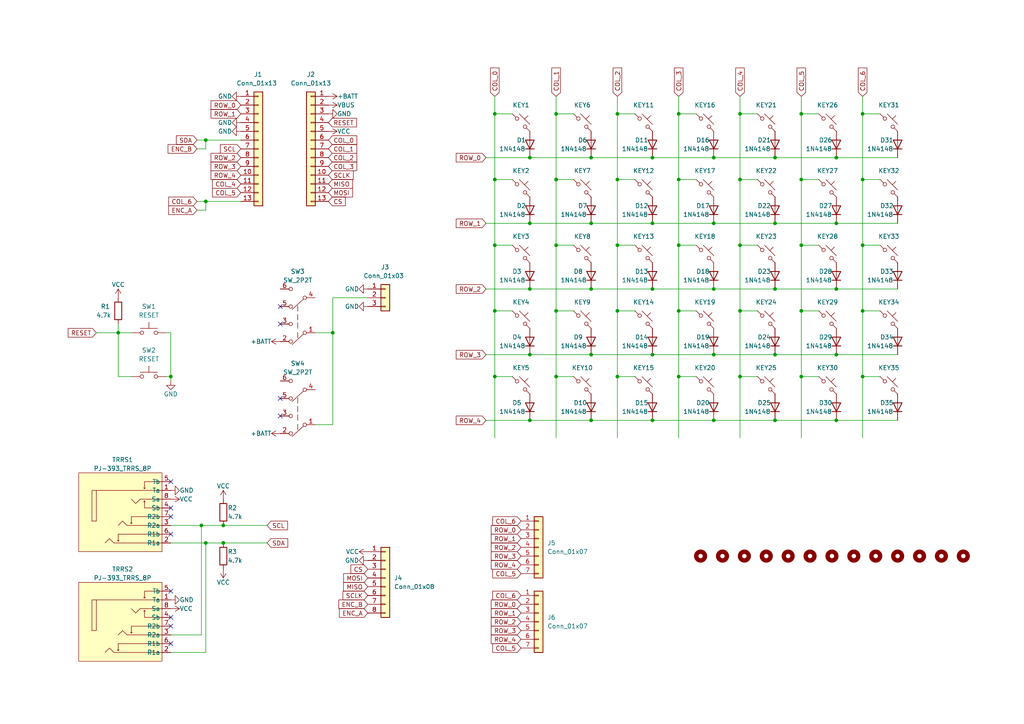
<source format=kicad_sch>
(kicad_sch (version 20211123) (generator eeschema)
  (paper "A4")
  (title_block (title "ErgoSNM Keyboard") (date "2022-11-12") (rev "1.0") (comment 1 "MIT License (Open source hardware)"))
  (junction (at 179.07 109.22))
  (junction (at 232.41 33.02))
  (junction (at 232.41 71.12))
  (junction (at 64.77 152.4))
  (junction (at 59.69 40.64))
  (junction (at 171.45 121.92))
  (junction (at 153.67 45.72))
  (junction (at 171.45 45.72))
  (junction (at 143.51 90.17))
  (junction (at 250.19 33.02))
  (junction (at 143.51 33.02))
  (junction (at 179.07 33.02))
  (junction (at 153.67 121.92))
  (junction (at 196.85 33.02))
  (junction (at 161.29 109.22))
  (junction (at 196.85 52.07))
  (junction (at 250.19 71.12))
  (junction (at 161.29 52.07))
  (junction (at 189.23 45.72))
  (junction (at 224.79 64.77))
  (junction (at 34.29 96.52))
  (junction (at 214.63 52.07))
  (junction (at 214.63 90.17))
  (junction (at 179.07 71.12))
  (junction (at 161.29 33.02))
  (junction (at 224.79 121.92))
  (junction (at 179.07 90.17))
  (junction (at 207.01 121.92))
  (junction (at 207.01 45.72))
  (junction (at 143.51 71.12))
  (junction (at 171.45 64.77))
  (junction (at 224.79 45.72))
  (junction (at 232.41 90.17))
  (junction (at 196.85 71.12))
  (junction (at 96.52 96.52))
  (junction (at 189.23 121.92))
  (junction (at 250.19 52.07))
  (junction (at 250.19 90.17))
  (junction (at 214.63 109.22))
  (junction (at 143.51 109.22))
  (junction (at 64.77 157.48))
  (junction (at 196.85 90.17))
  (junction (at 224.79 102.87))
  (junction (at 49.53 109.22))
  (junction (at 232.41 52.07))
  (junction (at 214.63 33.02))
  (junction (at 207.01 102.87))
  (junction (at 242.57 64.77))
  (junction (at 179.07 52.07))
  (junction (at 232.41 109.22))
  (junction (at 189.23 64.77))
  (junction (at 250.19 109.22))
  (junction (at 207.01 83.82))
  (junction (at 171.45 83.82))
  (junction (at 59.69 157.48))
  (junction (at 143.51 52.07))
  (junction (at 196.85 109.22))
  (junction (at 189.23 83.82))
  (junction (at 242.57 102.87))
  (junction (at 58.42 152.4))
  (junction (at 59.69 58.42))
  (junction (at 242.57 83.82))
  (junction (at 242.57 121.92))
  (junction (at 153.67 83.82))
  (junction (at 242.57 45.72))
  (junction (at 153.67 64.77))
  (junction (at 224.79 83.82))
  (junction (at 153.67 102.87))
  (junction (at 161.29 90.17))
  (junction (at 171.45 102.87))
  (junction (at 189.23 102.87))
  (junction (at 214.63 71.12))
  (junction (at 161.29 71.12))
  (junction (at 207.01 64.77))
  (no_connect (at 49.53 149.86))
  (no_connect (at 49.53 147.32))
  (no_connect (at 49.53 154.94))
  (no_connect (at 49.53 139.7))
  (no_connect (at 81.28 93.98))
  (no_connect (at 49.53 179.07))
  (no_connect (at 81.28 115.57))
  (no_connect (at 81.28 88.9))
  (no_connect (at 49.53 186.69))
  (no_connect (at 49.53 181.61))
  (no_connect (at 81.28 120.65))
  (no_connect (at 49.53 171.45))
  (wire (pts (xy 161.29 109.22) (xy 161.29 127)))
  (wire (pts (xy 224.79 121.92) (xy 242.57 121.92)))
  (wire (pts (xy 207.01 121.92) (xy 224.79 121.92)))
  (wire (pts (xy 64.77 152.4) (xy 77.47 152.4)))
  (wire (pts (xy 143.51 71.12) (xy 143.51 90.17)))
  (wire (pts (xy 171.45 121.92) (xy 189.23 121.92)))
  (wire (pts (xy 140.97 83.82) (xy 153.67 83.82)))
  (wire (pts (xy 171.45 83.82) (xy 189.23 83.82)))
  (wire (pts (xy 250.19 71.12) (xy 250.19 90.17)))
  (wire (pts (xy 59.69 58.42) (xy 69.85 58.42)))
  (wire (pts (xy 250.19 71.12) (xy 255.27 71.12)))
  (wire (pts (xy 49.53 109.22) (xy 48.26 109.22)))
  (wire (pts (xy 179.07 52.07) (xy 184.15 52.07)))
  (wire (pts (xy 250.19 90.17) (xy 250.19 109.22)))
  (wire (pts (xy 232.41 52.07) (xy 232.41 71.12)))
  (wire (pts (xy 189.23 45.72) (xy 207.01 45.72)))
  (wire (pts (xy 232.41 109.22) (xy 237.49 109.22)))
  (wire (pts (xy 161.29 71.12) (xy 166.37 71.12)))
  (wire (pts (xy 143.51 71.12) (xy 148.59 71.12)))
  (wire (pts (xy 250.19 109.22) (xy 255.27 109.22)))
  (wire (pts (xy 171.45 64.77) (xy 189.23 64.77)))
  (wire (pts (xy 91.44 96.52) (xy 96.52 96.52)))
  (wire (pts (xy 57.15 40.64) (xy 59.69 40.64)))
  (wire (pts (xy 96.52 96.52) (xy 96.52 123.19)))
  (wire (pts (xy 232.41 27.94) (xy 232.41 33.02)))
  (wire (pts (xy 58.42 184.15) (xy 58.42 152.4)))
  (wire (pts (xy 232.41 33.02) (xy 237.49 33.02)))
  (wire (pts (xy 250.19 52.07) (xy 250.19 71.12)))
  (wire (pts (xy 143.51 109.22) (xy 148.59 109.22)))
  (wire (pts (xy 153.67 83.82) (xy 171.45 83.82)))
  (wire (pts (xy 143.51 52.07) (xy 143.51 71.12)))
  (wire (pts (xy 214.63 52.07) (xy 219.71 52.07)))
  (wire (pts (xy 96.52 86.36) (xy 106.68 86.36)))
  (wire (pts (xy 58.42 152.4) (xy 64.77 152.4)))
  (wire (pts (xy 59.69 40.64) (xy 69.85 40.64)))
  (wire (pts (xy 140.97 64.77) (xy 153.67 64.77)))
  (wire (pts (xy 161.29 33.02) (xy 166.37 33.02)))
  (wire (pts (xy 196.85 33.02) (xy 196.85 52.07)))
  (wire (pts (xy 196.85 109.22) (xy 201.93 109.22)))
  (wire (pts (xy 232.41 71.12) (xy 232.41 90.17)))
  (wire (pts (xy 49.53 157.48) (xy 59.69 157.48)))
  (wire (pts (xy 196.85 71.12) (xy 196.85 90.17)))
  (wire (pts (xy 49.53 184.15) (xy 58.42 184.15)))
  (wire (pts (xy 224.79 45.72) (xy 242.57 45.72)))
  (wire (pts (xy 214.63 33.02) (xy 219.71 33.02)))
  (wire (pts (xy 57.15 58.42) (xy 59.69 58.42)))
  (wire (pts (xy 207.01 64.77) (xy 224.79 64.77)))
  (wire (pts (xy 153.67 121.92) (xy 171.45 121.92)))
  (wire (pts (xy 171.45 45.72) (xy 189.23 45.72)))
  (wire (pts (xy 59.69 157.48) (xy 59.69 189.23)))
  (wire (pts (xy 140.97 121.92) (xy 153.67 121.92)))
  (wire (pts (xy 179.07 27.94) (xy 179.07 33.02)))
  (wire (pts (xy 161.29 71.12) (xy 161.29 90.17)))
  (wire (pts (xy 143.51 27.94) (xy 143.51 33.02)))
  (wire (pts (xy 196.85 71.12) (xy 201.93 71.12)))
  (wire (pts (xy 161.29 90.17) (xy 161.29 109.22)))
  (wire (pts (xy 140.97 45.72) (xy 153.67 45.72)))
  (wire (pts (xy 143.51 90.17) (xy 143.51 109.22)))
  (wire (pts (xy 161.29 52.07) (xy 166.37 52.07)))
  (wire (pts (xy 232.41 33.02) (xy 232.41 52.07)))
  (wire (pts (xy 179.07 33.02) (xy 184.15 33.02)))
  (wire (pts (xy 232.41 52.07) (xy 237.49 52.07)))
  (wire (pts (xy 214.63 52.07) (xy 214.63 71.12)))
  (wire (pts (xy 214.63 27.94) (xy 214.63 33.02)))
  (wire (pts (xy 189.23 64.77) (xy 207.01 64.77)))
  (wire (pts (xy 196.85 27.94) (xy 196.85 33.02)))
  (wire (pts (xy 250.19 90.17) (xy 255.27 90.17)))
  (wire (pts (xy 143.51 33.02) (xy 143.51 52.07)))
  (wire (pts (xy 189.23 102.87) (xy 207.01 102.87)))
  (wire (pts (xy 179.07 71.12) (xy 179.07 90.17)))
  (wire (pts (xy 214.63 109.22) (xy 214.63 127)))
  (wire (pts (xy 161.29 90.17) (xy 166.37 90.17)))
  (wire (pts (xy 179.07 33.02) (xy 179.07 52.07)))
  (wire (pts (xy 161.29 33.02) (xy 161.29 52.07)))
  (wire (pts (xy 179.07 90.17) (xy 184.15 90.17)))
  (wire (pts (xy 196.85 33.02) (xy 201.93 33.02)))
  (wire (pts (xy 242.57 83.82) (xy 260.35 83.82)))
  (wire (pts (xy 232.41 90.17) (xy 237.49 90.17)))
  (wire (pts (xy 161.29 52.07) (xy 161.29 71.12)))
  (wire (pts (xy 161.29 27.94) (xy 161.29 33.02)))
  (wire (pts (xy 34.29 96.52) (xy 38.1 96.52)))
  (wire (pts (xy 143.51 52.07) (xy 148.59 52.07)))
  (wire (pts (xy 171.45 102.87) (xy 189.23 102.87)))
  (wire (pts (xy 214.63 33.02) (xy 214.63 52.07)))
  (wire (pts (xy 153.67 45.72) (xy 171.45 45.72)))
  (wire (pts (xy 57.15 43.18) (xy 59.69 43.18)))
  (wire (pts (xy 49.53 96.52) (xy 48.26 96.52)))
  (wire (pts (xy 250.19 109.22) (xy 250.19 127)))
  (wire (pts (xy 57.15 60.96) (xy 59.69 60.96)))
  (wire (pts (xy 242.57 64.77) (xy 260.35 64.77)))
  (wire (pts (xy 179.07 90.17) (xy 179.07 109.22)))
  (wire (pts (xy 143.51 109.22) (xy 143.51 127)))
  (wire (pts (xy 49.53 152.4) (xy 58.42 152.4)))
  (wire (pts (xy 224.79 83.82) (xy 242.57 83.82)))
  (wire (pts (xy 140.97 102.87) (xy 153.67 102.87)))
  (wire (pts (xy 196.85 109.22) (xy 196.85 127)))
  (wire (pts (xy 224.79 64.77) (xy 242.57 64.77)))
  (wire (pts (xy 189.23 121.92) (xy 207.01 121.92)))
  (wire (pts (xy 250.19 33.02) (xy 250.19 52.07)))
  (wire (pts (xy 179.07 52.07) (xy 179.07 71.12)))
  (wire (pts (xy 96.52 123.19) (xy 91.44 123.19)))
  (wire (pts (xy 250.19 33.02) (xy 255.27 33.02)))
  (wire (pts (xy 207.01 102.87) (xy 224.79 102.87)))
  (wire (pts (xy 179.07 109.22) (xy 179.07 127)))
  (wire (pts (xy 242.57 45.72) (xy 260.35 45.72)))
  (wire (pts (xy 38.1 109.22) (xy 34.29 109.22)))
  (wire (pts (xy 232.41 90.17) (xy 232.41 109.22)))
  (wire (pts (xy 153.67 64.77) (xy 171.45 64.77)))
  (wire (pts (xy 207.01 45.72) (xy 224.79 45.72)))
  (wire (pts (xy 242.57 121.92) (xy 260.35 121.92)))
  (wire (pts (xy 59.69 43.18) (xy 59.69 40.64)))
  (wire (pts (xy 232.41 71.12) (xy 237.49 71.12)))
  (wire (pts (xy 214.63 71.12) (xy 214.63 90.17)))
  (wire (pts (xy 250.19 27.94) (xy 250.19 33.02)))
  (wire (pts (xy 143.51 90.17) (xy 148.59 90.17)))
  (wire (pts (xy 59.69 157.48) (xy 64.77 157.48)))
  (wire (pts (xy 49.53 109.22) (xy 49.53 96.52)))
  (wire (pts (xy 49.53 110.49) (xy 49.53 109.22)))
  (wire (pts (xy 196.85 52.07) (xy 196.85 71.12)))
  (wire (pts (xy 96.52 96.52) (xy 96.52 86.36)))
  (wire (pts (xy 179.07 71.12) (xy 184.15 71.12)))
  (wire (pts (xy 189.23 83.82) (xy 207.01 83.82)))
  (wire (pts (xy 64.77 157.48) (xy 77.47 157.48)))
  (wire (pts (xy 214.63 109.22) (xy 219.71 109.22)))
  (wire (pts (xy 224.79 102.87) (xy 242.57 102.87)))
  (wire (pts (xy 143.51 33.02) (xy 148.59 33.02)))
  (wire (pts (xy 242.57 102.87) (xy 260.35 102.87)))
  (wire (pts (xy 214.63 90.17) (xy 214.63 109.22)))
  (wire (pts (xy 250.19 52.07) (xy 255.27 52.07)))
  (wire (pts (xy 196.85 90.17) (xy 196.85 109.22)))
  (wire (pts (xy 196.85 52.07) (xy 201.93 52.07)))
  (wire (pts (xy 214.63 71.12) (xy 219.71 71.12)))
  (wire (pts (xy 207.01 83.82) (xy 224.79 83.82)))
  (wire (pts (xy 196.85 90.17) (xy 201.93 90.17)))
  (wire (pts (xy 214.63 90.17) (xy 219.71 90.17)))
  (wire (pts (xy 153.67 102.87) (xy 171.45 102.87)))
  (wire (pts (xy 59.69 60.96) (xy 59.69 58.42)))
  (wire (pts (xy 161.29 109.22) (xy 166.37 109.22)))
  (wire (pts (xy 34.29 96.52) (xy 34.29 109.22)))
  (wire (pts (xy 27.94 96.52) (xy 34.29 96.52)))
  (wire (pts (xy 232.41 109.22) (xy 232.41 127)))
  (wire (pts (xy 49.53 189.23) (xy 59.69 189.23)))
  (wire (pts (xy 34.29 93.98) (xy 34.29 96.52)))
  (wire (pts (xy 179.07 109.22) (xy 184.15 109.22)))
  (global_label "ROW_2" (shape input) (at 140.97 83.82 180) (property "Intersheet References" "${INTERSHEET_REFS}" (effects hide)))
  (global_label "COL_6" (shape input) (at 151.13 172.72 180) (property "Intersheet References" "${INTERSHEET_REFS}" (effects hide)))
  (global_label "COL_1" (shape input) (at 95.25 43.18 0) (property "Intersheet References" "${INTERSHEET_REFS}" (effects hide)))
  (global_label "SDA" (shape input) (at 57.15 40.64 180) (property "Intersheet References" "${INTERSHEET_REFS}" (effects hide)))
  (global_label "COL_4" (shape input) (at 214.63 27.94 90) (property "Intersheet References" "${INTERSHEET_REFS}" (effects hide)))
  (global_label "ROW_0" (shape input) (at 140.97 45.72 180) (property "Intersheet References" "${INTERSHEET_REFS}" (effects hide)))
  (global_label "COL_5" (shape input) (at 232.41 27.94 90) (property "Intersheet References" "${INTERSHEET_REFS}" (effects hide)))
  (global_label "MOSI" (shape input) (at 106.68 167.64 180) (property "Intersheet References" "${INTERSHEET_REFS}" (effects hide)))
  (global_label "ROW_3" (shape input) (at 140.97 102.87 180) (property "Intersheet References" "${INTERSHEET_REFS}" (effects hide)))
  (global_label "ROW_3" (shape input) (at 151.13 161.29 180) (property "Intersheet References" "${INTERSHEET_REFS}" (effects hide)))
  (global_label "ROW_0" (shape input) (at 151.13 175.26 180) (property "Intersheet References" "${INTERSHEET_REFS}" (effects hide)))
  (global_label "ROW_0" (shape input) (at 69.85 30.48 180) (property "Intersheet References" "${INTERSHEET_REFS}" (effects hide)))
  (global_label "ROW_4" (shape input) (at 151.13 163.83 180) (property "Intersheet References" "${INTERSHEET_REFS}" (effects hide)))
  (global_label "COL_1" (shape input) (at 161.29 27.94 90) (property "Intersheet References" "${INTERSHEET_REFS}" (effects hide)))
  (global_label "ROW_2" (shape input) (at 151.13 180.34 180) (property "Intersheet References" "${INTERSHEET_REFS}" (effects hide)))
  (global_label "COL_5" (shape input) (at 151.13 187.96 180) (property "Intersheet References" "${INTERSHEET_REFS}" (effects hide)))
  (global_label "ROW_1" (shape input) (at 151.13 177.8 180) (property "Intersheet References" "${INTERSHEET_REFS}" (effects hide)))
  (global_label "ENC_B" (shape input) (at 106.68 175.26 180) (property "Intersheet References" "${INTERSHEET_REFS}" (effects hide)))
  (global_label "ROW_3" (shape input) (at 151.13 182.88 180) (property "Intersheet References" "${INTERSHEET_REFS}" (effects hide)))
  (global_label "CS" (shape input) (at 106.68 165.1 180) (property "Intersheet References" "${INTERSHEET_REFS}" (effects hide)))
  (global_label "COL_2" (shape input) (at 179.07 27.94 90) (property "Intersheet References" "${INTERSHEET_REFS}" (effects hide)))
  (global_label "ROW_4" (shape input) (at 140.97 121.92 180) (property "Intersheet References" "${INTERSHEET_REFS}" (effects hide)))
  (global_label "RESET" (shape input) (at 27.94 96.52 180) (property "Intersheet References" "${INTERSHEET_REFS}" (effects hide)))
  (global_label "COL_6" (shape input) (at 57.15 58.42 180) (property "Intersheet References" "${INTERSHEET_REFS}" (effects hide)))
  (global_label "SCL" (shape input) (at 69.85 43.18 180) (property "Intersheet References" "${INTERSHEET_REFS}" (effects hide)))
  (global_label "SCLK" (shape input) (at 95.25 50.8 0) (property "Intersheet References" "${INTERSHEET_REFS}" (effects hide)))
  (global_label "COL_6" (shape input) (at 151.13 151.13 180) (property "Intersheet References" "${INTERSHEET_REFS}" (effects hide)))
  (global_label "SDA" (shape input) (at 77.47 157.48 0) (property "Intersheet References" "${INTERSHEET_REFS}" (effects hide)))
  (global_label "ROW_3" (shape input) (at 69.85 48.26 180) (property "Intersheet References" "${INTERSHEET_REFS}" (effects hide)))
  (global_label "RESET" (shape input) (at 95.25 35.56 0) (property "Intersheet References" "${INTERSHEET_REFS}" (effects hide)))
  (global_label "ROW_4" (shape input) (at 151.13 185.42 180) (property "Intersheet References" "${INTERSHEET_REFS}" (effects hide)))
  (global_label "COL_0" (shape input) (at 95.25 40.64 0) (property "Intersheet References" "${INTERSHEET_REFS}" (effects hide)))
  (global_label "CS" (shape input) (at 95.25 58.42 0) (property "Intersheet References" "${INTERSHEET_REFS}" (effects hide)))
  (global_label "MISO" (shape input) (at 106.68 170.18 180) (property "Intersheet References" "${INTERSHEET_REFS}" (effects hide)))
  (global_label "ROW_1" (shape input) (at 140.97 64.77 180) (property "Intersheet References" "${INTERSHEET_REFS}" (effects hide)))
  (global_label "ENC_A" (shape input) (at 106.68 177.8 180) (property "Intersheet References" "${INTERSHEET_REFS}" (effects hide)))
  (global_label "COL_0" (shape input) (at 143.51 27.94 90) (property "Intersheet References" "${INTERSHEET_REFS}" (effects hide)))
  (global_label "COL_2" (shape input) (at 95.25 45.72 0) (property "Intersheet References" "${INTERSHEET_REFS}" (effects hide)))
  (global_label "ROW_1" (shape input) (at 151.13 156.21 180) (property "Intersheet References" "${INTERSHEET_REFS}" (effects hide)))
  (global_label "COL_3" (shape input) (at 95.25 48.26 0) (property "Intersheet References" "${INTERSHEET_REFS}" (effects hide)))
  (global_label "ROW_1" (shape input) (at 69.85 33.02 180) (property "Intersheet References" "${INTERSHEET_REFS}" (effects hide)))
  (global_label "COL_6" (shape input) (at 250.19 27.94 90) (property "Intersheet References" "${INTERSHEET_REFS}" (effects hide)))
  (global_label "ROW_4" (shape input) (at 69.85 50.8 180) (property "Intersheet References" "${INTERSHEET_REFS}" (effects hide)))
  (global_label "ROW_2" (shape input) (at 69.85 45.72 180) (property "Intersheet References" "${INTERSHEET_REFS}" (effects hide)))
  (global_label "ENC_B" (shape input) (at 57.15 43.18 180) (property "Intersheet References" "${INTERSHEET_REFS}" (effects hide)))
  (global_label "MOSI" (shape input) (at 95.25 55.88 0) (property "Intersheet References" "${INTERSHEET_REFS}" (effects hide)))
  (global_label "COL_4" (shape input) (at 69.85 53.34 180) (property "Intersheet References" "${INTERSHEET_REFS}" (effects hide)))
  (global_label "MISO" (shape input) (at 95.25 53.34 0) (property "Intersheet References" "${INTERSHEET_REFS}" (effects hide)))
  (global_label "COL_5" (shape input) (at 151.13 166.37 180) (property "Intersheet References" "${INTERSHEET_REFS}" (effects hide)))
  (global_label "SCLK" (shape input) (at 106.68 172.72 180) (property "Intersheet References" "${INTERSHEET_REFS}" (effects hide)))
  (global_label "ENC_A" (shape input) (at 57.15 60.96 180) (property "Intersheet References" "${INTERSHEET_REFS}" (effects hide)))
  (global_label "ROW_0" (shape input) (at 151.13 153.67 180) (property "Intersheet References" "${INTERSHEET_REFS}" (effects hide)))
  (global_label "ROW_2" (shape input) (at 151.13 158.75 180) (property "Intersheet References" "${INTERSHEET_REFS}" (effects hide)))
  (global_label "SCL" (shape input) (at 77.47 152.4 0) (property "Intersheet References" "${INTERSHEET_REFS}" (effects hide)))
  (global_label "COL_5" (shape input) (at 69.85 55.88 180) (property "Intersheet References" "${INTERSHEET_REFS}" (effects hide)))
  (global_label "COL_3" (shape input) (at 196.85 27.94 90) (property "Intersheet References" "${INTERSHEET_REFS}" (effects hide)))
  (symbol (lib_id "power:GND") (at 69.85 27.94 270) (unit 1)
    (property "Reference" "#PWR09" (effects hide))
    (property "Value" "GND" (at 67.31 27.94 90) (effects (justify right)))
  )
  (symbol (lib_id "ErgoSNM_Keybaord_Library:PJ-393_TRRS_8P") (at 39.37 180.34 0) (unit 1)
    (property "Reference" "TRRS2" (at 35.56 165.1 0))
    (property "Value" "PJ-393_TRRS_8P" (at 35.56 167.64 0))
    (property "Footprint" "ErgoSNM_Keybaord:PJ-393" (effects hide))
  )
  (symbol (lib_id "power:+BATT") (at 81.28 99.06 90) (unit 1)
    (property "Reference" "#PWR012" (effects hide))
    (property "Value" "+BATT" (at 78.74 99.06 90) (effects (justify left)))
  )
  (symbol (lib_id "Mechanical:MountingHole") (at 222.25 161.29 0) (unit 1) (in_bom no)
    (property "Reference" "H7" (effects hide))
    (property "Value" "MountingHole" (effects hide))
    (property "Footprint" "MountingHole:MountingHole_2.2mm_M2" (effects hide))
  )
  (symbol (lib_id "Switch:SW_Push_45deg") (at 257.81 92.71 0) (unit 1)
    (property "Reference" "KEY34" (at 257.81 87.63 0))
    (property "Value" "SW_Push_45deg" (effects hide))
    (property "Footprint" "key-switches:MX_switch_THT_hotswap_double_sided_A" (effects hide))
  )
  (symbol (lib_id "Switch:SW_Push_45deg") (at 222.25 111.76 0) (unit 1)
    (property "Reference" "KEY25" (at 222.25 106.68 0))
    (property "Value" "SW_Push_45deg" (effects hide))
    (property "Footprint" "key-switches:MX_switch_THT_hotswap_double_sided_A" (effects hide))
  )
  (symbol (lib_id "Diode:1N4148") (at 189.23 99.06 90) (unit 1)
    (property "Reference" "D14" (at 184.15 97.79 90) (effects (justify right)))
    (property "Value" "1N4148" (at 180.34 100.33 90) (effects (justify right)))
    (property "Footprint" "Diode_SMD:D_SOD-123" (effects hide))
    (property "Datasheet" "https://assets.nexperia.com/documents/data-sheet/1N4148_1N4448.pdf" (effects hide))
  )
  (symbol (lib_id "power:VCC") (at 106.68 160.02 90) (unit 1)
    (property "Reference" "#PWR020" (effects hide))
    (property "Value" "VCC" (at 104.14 160.02 90) (effects (justify left)))
  )
  (symbol (lib_id "Diode:1N4148") (at 224.79 118.11 90) (unit 1)
    (property "Reference" "D25" (at 219.71 116.84 90) (effects (justify right)))
    (property "Value" "1N4148" (at 215.9 119.38 90) (effects (justify right)))
    (property "Footprint" "Diode_SMD:D_SOD-123" (effects hide))
    (property "Datasheet" "https://assets.nexperia.com/documents/data-sheet/1N4148_1N4448.pdf" (effects hide))
  )
  (symbol (lib_id "Switch:SW_Push_45deg") (at 168.91 92.71 0) (unit 1)
    (property "Reference" "KEY9" (at 168.91 87.63 0))
    (property "Value" "SW_Push_45deg" (effects hide))
    (property "Footprint" "key-switches:MX_switch_THT_hotswap_double_sided_A" (effects hide))
  )
  (symbol (lib_id "Diode:1N4148") (at 171.45 41.91 90) (unit 1)
    (property "Reference" "D6" (at 167.64 40.64 90) (effects (justify right)))
    (property "Value" "1N4148" (at 162.56 43.18 90) (effects (justify right)))
    (property "Footprint" "Diode_SMD:D_SOD-123" (effects hide))
    (property "Datasheet" "https://assets.nexperia.com/documents/data-sheet/1N4148_1N4448.pdf" (effects hide))
  )
  (symbol (lib_id "power:VCC") (at 49.53 144.78 270) (unit 1)
    (property "Reference" "#PWR04" (effects hide))
    (property "Value" "VCC" (at 52.07 144.78 90) (effects (justify left)))
  )
  (symbol (lib_id "Diode:1N4148") (at 207.01 99.06 90) (unit 1)
    (property "Reference" "D19" (at 201.93 97.79 90) (effects (justify right)))
    (property "Value" "1N4148" (at 198.12 100.33 90) (effects (justify right)))
    (property "Footprint" "Diode_SMD:D_SOD-123" (effects hide))
    (property "Datasheet" "https://assets.nexperia.com/documents/data-sheet/1N4148_1N4448.pdf" (effects hide))
  )
  (symbol (lib_id "power:VCC") (at 64.77 144.78 0) (unit 1)
    (property "Reference" "#PWR07" (effects hide))
    (property "Value" "VCC" (at 64.77 140.97 0))
  )
  (symbol (lib_id "Connector_Generic:Conn_01x13") (at 74.93 43.18 0) (unit 1)
    (property "Reference" "J1" (at 73.66 21.59 0) (effects (justify left)))
    (property "Value" "Conn_01x13" (at 68.58 24.13 0) (effects (justify left)))
    (property "Footprint" "Connector_PinSocket_2.54mm:PinSocket_1x13_P2.54mm_Vertical" (effects hide))
  )
  (symbol (lib_id "Diode:1N4148") (at 153.67 60.96 90) (unit 1)
    (property "Reference" "D2" (at 149.86 59.69 90) (effects (justify right)))
    (property "Value" "1N4148" (at 144.78 62.23 90) (effects (justify right)))
    (property "Footprint" "Diode_SMD:D_SOD-123" (effects hide))
    (property "Datasheet" "https://assets.nexperia.com/documents/data-sheet/1N4148_1N4448.pdf" (effects hide))
  )
  (symbol (lib_id "Mechanical:MountingHole") (at 279.4 161.29 0) (unit 1) (in_bom no)
    (property "Reference" "H12" (effects hide))
    (property "Value" "MountingHole" (effects hide))
    (property "Footprint" "MountingHole:MountingHole_2.2mm_M2" (effects hide))
  )
  (symbol (lib_id "Mechanical:MountingHole") (at 241.3 161.29 0) (unit 1) (in_bom no)
    (property "Reference" "H5" (effects hide))
    (property "Value" "MountingHole" (effects hide))
    (property "Footprint" "MountingHole:MountingHole_2.2mm_M2" (effects hide))
  )
  (symbol (lib_id "Mechanical:MountingHole") (at 247.65 161.29 0) (unit 1) (in_bom no)
    (property "Reference" "H8" (effects hide))
    (property "Value" "MountingHole" (effects hide))
    (property "Footprint" "MountingHole:MountingHole_2.2mm_M2" (effects hide))
  )
  (symbol (lib_id "Diode:1N4148") (at 242.57 118.11 90) (unit 1)
    (property "Reference" "D30" (at 237.49 116.84 90) (effects (justify right)))
    (property "Value" "1N4148" (at 233.68 119.38 90) (effects (justify right)))
    (property "Footprint" "Diode_SMD:D_SOD-123" (effects hide))
    (property "Datasheet" "https://assets.nexperia.com/documents/data-sheet/1N4148_1N4448.pdf" (effects hide))
  )
  (symbol (lib_id "Diode:1N4148") (at 189.23 60.96 90) (unit 1)
    (property "Reference" "D12" (at 184.15 59.69 90) (effects (justify right)))
    (property "Value" "1N4148" (at 180.34 62.23 90) (effects (justify right)))
    (property "Footprint" "Diode_SMD:D_SOD-123" (effects hide))
    (property "Datasheet" "https://assets.nexperia.com/documents/data-sheet/1N4148_1N4448.pdf" (effects hide))
  )
  (symbol (lib_id "power:+BATT") (at 81.28 125.73 90) (unit 1)
    (property "Reference" "#PWR013" (effects hide))
    (property "Value" "+BATT" (at 78.74 125.73 90) (effects (justify left)))
  )
  (symbol (lib_id "Mechanical:MountingHole") (at 266.7 161.29 0) (unit 1) (in_bom no)
    (property "Reference" "H6" (effects hide))
    (property "Value" "MountingHole" (effects hide))
    (property "Footprint" "MountingHole:MountingHole_2.2mm_M2" (effects hide))
  )
  (symbol (lib_id "Diode:1N4148") (at 171.45 80.01 90) (unit 1)
    (property "Reference" "D8" (at 166.37 78.74 90) (effects (justify right)))
    (property "Value" "1N4148" (at 162.56 81.28 90) (effects (justify right)))
    (property "Footprint" "Diode_SMD:D_SOD-123" (effects hide))
    (property "Datasheet" "https://assets.nexperia.com/documents/data-sheet/1N4148_1N4448.pdf" (effects hide))
  )
  (symbol (lib_id "Switch:SW_Push_45deg") (at 222.25 92.71 0) (unit 1)
    (property "Reference" "KEY24" (at 222.25 87.63 0))
    (property "Value" "SW_Push_45deg" (effects hide))
    (property "Footprint" "key-switches:MX_switch_THT_hotswap_double_sided_A" (effects hide))
  )
  (symbol (lib_id "Switch:SW_Push_45deg") (at 222.25 35.56 0) (unit 1)
    (property "Reference" "KEY21" (at 222.25 30.48 0))
    (property "Value" "SW_Push_45deg" (effects hide))
    (property "Footprint" "key-switches:MX_switch_THT_hotswap_double_sided_A" (effects hide))
  )
  (symbol (lib_id "Switch:SW_Push_45deg") (at 186.69 54.61 0) (unit 1)
    (property "Reference" "KEY12" (at 186.69 49.53 0))
    (property "Value" "SW_Push_45deg" (effects hide))
    (property "Footprint" "key-switches:MX_switch_THT_hotswap_double_sided_A" (effects hide))
  )
  (symbol (lib_id "power:GND") (at 69.85 35.56 270) (unit 1)
    (property "Reference" "#PWR010" (effects hide))
    (property "Value" "GND" (at 67.31 35.56 90) (effects (justify right)))
  )
  (symbol (lib_id "Device:R") (at 64.77 148.59 0) (unit 1)
    (property "Reference" "R2" (at 66.04 147.32 0) (effects (justify left)))
    (property "Value" "4.7k" (at 66.04 149.86 0) (effects (justify left)))
    (property "Footprint" "Resistor_SMD:R_0603_1608Metric" (effects hide))
  )
  (symbol (lib_id "Mechanical:MountingHole") (at 203.2 161.29 0) (unit 1) (in_bom no)
    (property "Reference" "H13" (effects hide))
    (property "Value" "MountingHole" (effects hide))
    (property "Footprint" "MountingHole:MountingHole_2.2mm_M2" (effects hide))
  )
  (symbol (lib_id "Switch:SW_Push_45deg") (at 168.91 111.76 0) (unit 1)
    (property "Reference" "KEY10" (at 168.91 106.68 0))
    (property "Value" "SW_Push_45deg" (effects hide))
    (property "Footprint" "key-switches:MX_switch_THT_hotswap_double_sided_A" (effects hide))
  )
  (symbol (lib_id "Device:R") (at 34.29 90.17 0) (unit 1)
    (property "Reference" "R1" (at 29.21 88.9 0) (effects (justify left)))
    (property "Value" "4.7k" (at 27.94 91.44 0) (effects (justify left)))
    (property "Footprint" "Resistor_SMD:R_0603_1608Metric" (effects hide))
  )
  (symbol (lib_id "Switch:SW_Push_45deg") (at 186.69 73.66 0) (unit 1)
    (property "Reference" "KEY13" (at 186.69 68.58 0))
    (property "Value" "SW_Push_45deg" (effects hide))
    (property "Footprint" "key-switches:MX_switch_THT_hotswap_double_sided_A" (effects hide))
  )
  (symbol (lib_id "power:GND") (at 106.68 83.82 270) (unit 1)
    (property "Reference" "#PWR018" (effects hide))
    (property "Value" "GND" (at 104.14 83.82 90) (effects (justify right)))
  )
  (symbol (lib_id "Connector_Generic:Conn_01x07") (at 156.21 180.34 0) (unit 1)
    (property "Reference" "J6" (at 158.75 179.0699 0) (effects (justify left)))
    (property "Value" "Conn_01x07" (at 158.75 181.6099 0) (effects (justify left)))
    (property "Footprint" "Connector_PinHeader_2.54mm:PinHeader_1x07_P2.54mm_Vertical" (effects hide))
  )
  (symbol (lib_id "Diode:1N4148") (at 153.67 80.01 90) (unit 1)
    (property "Reference" "D3" (at 148.59 78.74 90) (effects (justify right)))
    (property "Value" "1N4148" (at 144.78 81.28 90) (effects (justify right)))
    (property "Footprint" "Diode_SMD:D_SOD-123" (effects hide))
    (property "Datasheet" "https://assets.nexperia.com/documents/data-sheet/1N4148_1N4448.pdf" (effects hide))
  )
  (symbol (lib_id "Switch:SW_Push_45deg") (at 151.13 92.71 0) (unit 1)
    (property "Reference" "KEY4" (at 151.13 87.63 0))
    (property "Value" "SW_Push_45deg" (effects hide))
    (property "Footprint" "key-switches:MX_switch_THT_hotswap_double_sided_A" (effects hide))
  )
  (symbol (lib_id "power:GND") (at 69.85 38.1 270) (unit 1)
    (property "Reference" "#PWR011" (effects hide))
    (property "Value" "GND" (at 67.31 38.1 90) (effects (justify right)))
  )
  (symbol (lib_id "Diode:1N4148") (at 224.79 41.91 90) (unit 1)
    (property "Reference" "D21" (at 219.71 40.64 90) (effects (justify right)))
    (property "Value" "1N4148" (at 215.9 43.18 90) (effects (justify right)))
    (property "Footprint" "Diode_SMD:D_SOD-123" (effects hide))
    (property "Datasheet" "https://assets.nexperia.com/documents/data-sheet/1N4148_1N4448.pdf" (effects hide))
  )
  (symbol (lib_id "Switch:SW_Push_45deg") (at 151.13 54.61 0) (unit 1)
    (property "Reference" "KEY2" (at 151.13 49.53 0))
    (property "Value" "SW_Push_45deg" (effects hide))
    (property "Footprint" "key-switches:MX_switch_THT_hotswap_double_sided_A" (effects hide))
  )
  (symbol (lib_id "Diode:1N4148") (at 242.57 41.91 90) (unit 1)
    (property "Reference" "D26" (at 237.49 40.64 90) (effects (justify right)))
    (property "Value" "1N4148" (at 233.68 43.18 90) (effects (justify right)))
    (property "Footprint" "Diode_SMD:D_SOD-123" (effects hide))
    (property "Datasheet" "https://assets.nexperia.com/documents/data-sheet/1N4148_1N4448.pdf" (effects hide))
  )
  (symbol (lib_id "Switch:SW_Push_45deg") (at 257.81 35.56 0) (unit 1)
    (property "Reference" "KEY31" (at 257.81 30.48 0))
    (property "Value" "SW_Push_45deg" (effects hide))
    (property "Footprint" "key-switches:MX_switch_THT_hotswap_double_sided_A" (effects hide))
  )
  (symbol (lib_id "Switch:SW_Push_45deg") (at 240.03 54.61 0) (unit 1)
    (property "Reference" "KEY27" (at 240.03 49.53 0))
    (property "Value" "SW_Push_45deg" (effects hide))
    (property "Footprint" "key-switches:MX_switch_THT_hotswap_double_sided_A" (effects hide))
  )
  (symbol (lib_id "Diode:1N4148") (at 189.23 80.01 90) (unit 1)
    (property "Reference" "D13" (at 184.15 78.74 90) (effects (justify right)))
    (property "Value" "1N4148" (at 180.34 81.28 90) (effects (justify right)))
    (property "Footprint" "Diode_SMD:D_SOD-123" (effects hide))
    (property "Datasheet" "https://assets.nexperia.com/documents/data-sheet/1N4148_1N4448.pdf" (effects hide))
  )
  (symbol (lib_id "Switch:SW_Push_45deg") (at 168.91 35.56 0) (unit 1)
    (property "Reference" "KEY6" (at 168.91 30.48 0))
    (property "Value" "SW_Push_45deg" (effects hide))
    (property "Footprint" "key-switches:MX_switch_THT_hotswap_double_sided_A" (effects hide))
  )
  (symbol (lib_id "power:VCC") (at 95.25 38.1 270) (unit 1)
    (property "Reference" "#PWR017" (effects hide))
    (property "Value" "VCC" (at 97.79 38.1 90) (effects (justify left)))
  )
  (symbol (lib_id "Diode:1N4148") (at 242.57 99.06 90) (unit 1)
    (property "Reference" "D29" (at 237.49 97.79 90) (effects (justify right)))
    (property "Value" "1N4148" (at 233.68 100.33 90) (effects (justify right)))
    (property "Footprint" "Diode_SMD:D_SOD-123" (effects hide))
    (property "Datasheet" "https://assets.nexperia.com/documents/data-sheet/1N4148_1N4448.pdf" (effects hide))
  )
  (symbol (lib_id "Switch:SW_Push_45deg") (at 204.47 111.76 0) (unit 1)
    (property "Reference" "KEY20" (at 204.47 106.68 0))
    (property "Value" "SW_Push_45deg" (effects hide))
    (property "Footprint" "key-switches:MX_switch_THT_hotswap_double_sided_A" (effects hide))
  )
  (symbol (lib_id "Diode:1N4148") (at 260.35 99.06 90) (unit 1)
    (property "Reference" "D34" (at 255.27 97.79 90) (effects (justify right)))
    (property "Value" "1N4148" (at 251.46 100.33 90) (effects (justify right)))
    (property "Footprint" "Diode_SMD:D_SOD-123" (effects hide))
    (property "Datasheet" "https://assets.nexperia.com/documents/data-sheet/1N4148_1N4448.pdf" (effects hide))
  )
  (symbol (lib_id "Diode:1N4148") (at 224.79 60.96 90) (unit 1)
    (property "Reference" "D22" (at 219.71 59.69 90) (effects (justify right)))
    (property "Value" "1N4148" (at 215.9 62.23 90) (effects (justify right)))
    (property "Footprint" "Diode_SMD:D_SOD-123" (effects hide))
    (property "Datasheet" "https://assets.nexperia.com/documents/data-sheet/1N4148_1N4448.pdf" (effects hide))
  )
  (symbol (lib_id "Switch:SW_Push_45deg") (at 204.47 35.56 0) (unit 1)
    (property "Reference" "KEY16" (at 204.47 30.48 0))
    (property "Value" "SW_Push_45deg" (effects hide))
    (property "Footprint" "key-switches:MX_switch_THT_hotswap_double_sided_A" (effects hide))
  )
  (symbol (lib_id "Switch:SW_Push_45deg") (at 222.25 73.66 0) (unit 1)
    (property "Reference" "KEY23" (at 222.25 68.58 0))
    (property "Value" "SW_Push_45deg" (effects hide))
    (property "Footprint" "key-switches:MX_switch_THT_hotswap_double_sided_A" (effects hide))
  )
  (symbol (lib_id "Switch:SW_Push_45deg") (at 240.03 111.76 0) (unit 1)
    (property "Reference" "KEY30" (at 240.03 106.68 0))
    (property "Value" "SW_Push_45deg" (effects hide))
    (property "Footprint" "key-switches:MX_switch_THT_hotswap_double_sided_A" (effects hide))
  )
  (symbol (lib_id "Switch:SW_Push_45deg") (at 204.47 54.61 0) (unit 1)
    (property "Reference" "KEY17" (at 204.47 49.53 0))
    (property "Value" "SW_Push_45deg" (effects hide))
    (property "Footprint" "key-switches:MX_switch_THT_hotswap_double_sided_A" (effects hide))
  )
  (symbol (lib_id "Diode:1N4148") (at 242.57 60.96 90) (unit 1)
    (property "Reference" "D27" (at 237.49 59.69 90) (effects (justify right)))
    (property "Value" "1N4148" (at 233.68 62.23 90) (effects (justify right)))
    (property "Footprint" "Diode_SMD:D_SOD-123" (effects hide))
    (property "Datasheet" "https://assets.nexperia.com/documents/data-sheet/1N4148_1N4448.pdf" (effects hide))
  )
  (symbol (lib_id "Switch:SW_Push_45deg") (at 151.13 73.66 0) (unit 1)
    (property "Reference" "KEY3" (at 151.13 68.58 0))
    (property "Value" "SW_Push_45deg" (effects hide))
    (property "Footprint" "key-switches:MX_switch_THT_hotswap_double_sided_A" (effects hide))
  )
  (symbol (lib_id "Diode:1N4148") (at 153.67 41.91 90) (unit 1)
    (property "Reference" "D1" (at 149.86 40.64 90) (effects (justify right)))
    (property "Value" "1N4148" (at 144.78 43.18 90) (effects (justify right)))
    (property "Footprint" "Diode_SMD:D_SOD-123" (effects hide))
    (property "Datasheet" "https://assets.nexperia.com/documents/data-sheet/1N4148_1N4448.pdf" (effects hide))
  )
  (symbol (lib_id "Switch:SW_Push") (at 43.18 109.22 0) (unit 1)
    (property "Reference" "SW2" (at 43.18 101.6 0))
    (property "Value" "RESET" (at 43.18 104.14 0))
    (property "Footprint" "Button_Switch_SMD:SW_SPST_TL3342" (effects hide))
  )
  (symbol (lib_id "Mechanical:MountingHole") (at 215.9 161.29 0) (unit 1) (in_bom no)
    (property "Reference" "H4" (effects hide))
    (property "Value" "MountingHole" (effects hide))
    (property "Footprint" "MountingHole:MountingHole_2.2mm_M2" (effects hide))
  )
  (symbol (lib_id "Diode:1N4148") (at 207.01 60.96 90) (unit 1)
    (property "Reference" "D17" (at 201.93 59.69 90) (effects (justify right)))
    (property "Value" "1N4148" (at 198.12 62.23 90) (effects (justify right)))
    (property "Footprint" "Diode_SMD:D_SOD-123" (effects hide))
    (property "Datasheet" "https://assets.nexperia.com/documents/data-sheet/1N4148_1N4448.pdf" (effects hide))
  )
  (symbol (lib_id "Diode:1N4148") (at 224.79 80.01 90) (unit 1)
    (property "Reference" "D23" (at 219.71 78.74 90) (effects (justify right)))
    (property "Value" "1N4148" (at 215.9 81.28 90) (effects (justify right)))
    (property "Footprint" "Diode_SMD:D_SOD-123" (effects hide))
    (property "Datasheet" "https://assets.nexperia.com/documents/data-sheet/1N4148_1N4448.pdf" (effects hide))
  )
  (symbol (lib_id "power:GND") (at 106.68 88.9 270) (unit 1)
    (property "Reference" "#PWR019" (effects hide))
    (property "Value" "GND" (at 104.14 88.9 90) (effects (justify right)))
  )
  (symbol (lib_id "Switch:SW_Push_45deg") (at 257.81 54.61 0) (unit 1)
    (property "Reference" "KEY32" (at 257.81 49.53 0))
    (property "Value" "SW_Push_45deg" (effects hide))
    (property "Footprint" "key-switches:MX_switch_THT_hotswap_double_sided_A" (effects hide))
  )
  (symbol (lib_id "Mechanical:MountingHole") (at 228.6 161.29 0) (unit 1) (in_bom no)
    (property "Reference" "H10" (effects hide))
    (property "Value" "MountingHole" (effects hide))
    (property "Footprint" "MountingHole:MountingHole_2.2mm_M2" (effects hide))
  )
  (symbol (lib_id "Switch:SW_Push_45deg") (at 204.47 92.71 0) (unit 1)
    (property "Reference" "KEY19" (at 204.47 87.63 0))
    (property "Value" "SW_Push_45deg" (effects hide))
    (property "Footprint" "key-switches:MX_switch_THT_hotswap_double_sided_A" (effects hide))
  )
  (symbol (lib_id "Mechanical:MountingHole") (at 209.55 161.29 0) (unit 1) (in_bom no)
    (property "Reference" "H1" (effects hide))
    (property "Value" "MountingHole" (effects hide))
    (property "Footprint" "MountingHole:MountingHole_2.2mm_M2" (effects hide))
  )
  (symbol (lib_id "ErgoSNM_Keybaord_Library:SW_2P2T") (at 86.36 91.44 180) (unit 1)
    (property "Reference" "SW3" (at 86.36 78.74 0))
    (property "Value" "SW_2P2T" (at 86.36 81.28 0))
    (property "Footprint" "ErgoSNM_Keybaord:MSK-23D20-T" (effects hide))
  )
  (symbol (lib_id "power:GND") (at 49.53 142.24 90) (unit 1)
    (property "Reference" "#PWR03" (effects hide))
    (property "Value" "GND" (at 52.07 142.24 90) (effects (justify right)))
  )
  (symbol (lib_id "power:VBUS") (at 95.25 30.48 270) (unit 1)
    (property "Reference" "#PWR015" (effects hide))
    (property "Value" "VBUS" (at 97.79 30.48 90) (effects (justify left)))
  )
  (symbol (lib_id "Switch:SW_Push_45deg") (at 240.03 92.71 0) (unit 1)
    (property "Reference" "KEY29" (at 240.03 87.63 0))
    (property "Value" "SW_Push_45deg" (effects hide))
    (property "Footprint" "key-switches:MX_switch_THT_hotswap_double_sided_A" (effects hide))
  )
  (symbol (lib_id "Diode:1N4148") (at 207.01 80.01 90) (unit 1)
    (property "Reference" "D18" (at 201.93 78.74 90) (effects (justify right)))
    (property "Value" "1N4148" (at 198.12 81.28 90) (effects (justify right)))
    (property "Footprint" "Diode_SMD:D_SOD-123" (effects hide))
    (property "Datasheet" "https://assets.nexperia.com/documents/data-sheet/1N4148_1N4448.pdf" (effects hide))
  )
  (symbol (lib_id "ErgoSNM_Keybaord_Library:PJ-393_TRRS_8P") (at 39.37 148.59 0) (unit 1)
    (property "Reference" "TRRS1" (at 35.56 133.35 0))
    (property "Value" "PJ-393_TRRS_8P" (at 35.56 135.89 0))
    (property "Footprint" "ErgoSNM_Keybaord:PJ-393" (effects hide))
  )
  (symbol (lib_id "Diode:1N4148") (at 260.35 41.91 90) (unit 1)
    (property "Reference" "D31" (at 255.27 40.64 90) (effects (justify right)))
    (property "Value" "1N4148" (at 251.46 43.18 90) (effects (justify right)))
    (property "Footprint" "Diode_SMD:D_SOD-123" (effects hide))
    (property "Datasheet" "https://assets.nexperia.com/documents/data-sheet/1N4148_1N4448.pdf" (effects hide))
  )
  (symbol (lib_id "Diode:1N4148") (at 260.35 80.01 90) (unit 1)
    (property "Reference" "D33" (at 255.27 78.74 90) (effects (justify right)))
    (property "Value" "1N4148" (at 251.46 81.28 90) (effects (justify right)))
    (property "Footprint" "Diode_SMD:D_SOD-123" (effects hide))
    (property "Datasheet" "https://assets.nexperia.com/documents/data-sheet/1N4148_1N4448.pdf" (effects hide))
  )
  (symbol (lib_id "Diode:1N4148") (at 260.35 118.11 90) (unit 1)
    (property "Reference" "D35" (at 255.27 116.84 90) (effects (justify right)))
    (property "Value" "1N4148" (at 251.46 119.38 90) (effects (justify right)))
    (property "Footprint" "Diode_SMD:D_SOD-123" (effects hide))
    (property "Datasheet" "https://assets.nexperia.com/documents/data-sheet/1N4148_1N4448.pdf" (effects hide))
  )
  (symbol (lib_id "Diode:1N4148") (at 171.45 99.06 90) (unit 1)
    (property "Reference" "D9" (at 166.37 97.79 90) (effects (justify right)))
    (property "Value" "1N4148" (at 162.56 100.33 90) (effects (justify right)))
    (property "Footprint" "Diode_SMD:D_SOD-123" (effects hide))
    (property "Datasheet" "https://assets.nexperia.com/documents/data-sheet/1N4148_1N4448.pdf" (effects hide))
  )
  (symbol (lib_id "Switch:SW_Push_45deg") (at 186.69 111.76 0) (unit 1)
    (property "Reference" "KEY15" (at 186.69 106.68 0))
    (property "Value" "SW_Push_45deg" (effects hide))
    (property "Footprint" "key-switches:MX_switch_THT_hotswap_double_sided_A" (effects hide))
  )
  (symbol (lib_id "Diode:1N4148") (at 207.01 118.11 90) (unit 1)
    (property "Reference" "D20" (at 201.93 116.84 90) (effects (justify right)))
    (property "Value" "1N4148" (at 198.12 119.38 90) (effects (justify right)))
    (property "Footprint" "Diode_SMD:D_SOD-123" (effects hide))
    (property "Datasheet" "https://assets.nexperia.com/documents/data-sheet/1N4148_1N4448.pdf" (effects hide))
  )
  (symbol (lib_id "Switch:SW_Push_45deg") (at 151.13 35.56 0) (unit 1)
    (property "Reference" "KEY1" (at 151.13 30.48 0))
    (property "Value" "SW_Push_45deg" (effects hide))
    (property "Footprint" "key-switches:MX_switch_THT_hotswap_double_sided_A" (effects hide))
  )
  (symbol (lib_id "power:+BATT") (at 95.25 27.94 270) (unit 1)
    (property "Reference" "#PWR014" (effects hide))
    (property "Value" "+BATT" (at 97.79 27.94 90) (effects (justify left)))
  )
  (symbol (lib_id "Diode:1N4148") (at 189.23 41.91 90) (unit 1)
    (property "Reference" "D11" (at 184.15 40.64 90) (effects (justify right)))
    (property "Value" "1N4148" (at 180.34 43.18 90) (effects (justify right)))
    (property "Footprint" "Diode_SMD:D_SOD-123" (effects hide))
    (property "Datasheet" "https://assets.nexperia.com/documents/data-sheet/1N4148_1N4448.pdf" (effects hide))
  )
  (symbol (lib_id "Mechanical:MountingHole") (at 273.05 161.29 0) (unit 1) (in_bom no)
    (property "Reference" "H9" (effects hide))
    (property "Value" "MountingHole" (effects hide))
    (property "Footprint" "MountingHole:MountingHole_2.2mm_M2" (effects hide))
  )
  (symbol (lib_id "Diode:1N4148") (at 224.79 99.06 90) (unit 1)
    (property "Reference" "D24" (at 219.71 97.79 90) (effects (justify right)))
    (property "Value" "1N4148" (at 215.9 100.33 90) (effects (justify right)))
    (property "Footprint" "Diode_SMD:D_SOD-123" (effects hide))
    (property "Datasheet" "https://assets.nexperia.com/documents/data-sheet/1N4148_1N4448.pdf" (effects hide))
  )
  (symbol (lib_id "Device:R") (at 64.77 161.29 0) (unit 1)
    (property "Reference" "R3" (at 66.04 160.02 0) (effects (justify left)))
    (property "Value" "4.7k" (at 66.04 162.56 0) (effects (justify left)))
    (property "Footprint" "Resistor_SMD:R_0603_1608Metric" (effects hide))
  )
  (symbol (lib_id "Switch:SW_Push_45deg") (at 186.69 92.71 0) (unit 1)
    (property "Reference" "KEY14" (at 186.69 87.63 0))
    (property "Value" "SW_Push_45deg" (effects hide))
    (property "Footprint" "key-switches:MX_switch_THT_hotswap_double_sided_A" (effects hide))
  )
  (symbol (lib_id "Diode:1N4148") (at 260.35 60.96 90) (unit 1)
    (property "Reference" "D32" (at 255.27 59.69 90) (effects (justify right)))
    (property "Value" "1N4148" (at 251.46 62.23 90) (effects (justify right)))
    (property "Footprint" "Diode_SMD:D_SOD-123" (effects hide))
    (property "Datasheet" "https://assets.nexperia.com/documents/data-sheet/1N4148_1N4448.pdf" (effects hide))
  )
  (symbol (lib_id "Switch:SW_Push_45deg") (at 151.13 111.76 0) (unit 1)
    (property "Reference" "KEY5" (at 151.13 106.68 0))
    (property "Value" "SW_Push_45deg" (effects hide))
    (property "Footprint" "key-switches:MX_switch_THT_hotswap_double_sided_A" (effects hide))
  )
  (symbol (lib_id "Switch:SW_Push") (at 43.18 96.52 0) (unit 1)
    (property "Reference" "SW1" (at 43.18 88.9 0))
    (property "Value" "RESET" (at 43.18 91.44 0))
    (property "Footprint" "Button_Switch_SMD:SW_SPST_TL3342" (effects hide))
  )
  (symbol (lib_id "power:GND") (at 49.53 110.49 0) (unit 1)
    (property "Reference" "#PWR02" (effects hide))
    (property "Value" "GND" (at 49.53 114.3 0))
  )
  (symbol (lib_id "Diode:1N4148") (at 153.67 118.11 90) (unit 1)
    (property "Reference" "D5" (at 148.59 116.84 90) (effects (justify right)))
    (property "Value" "1N4148" (at 144.78 119.38 90) (effects (justify right)))
    (property "Footprint" "Diode_SMD:D_SOD-123" (effects hide))
    (property "Datasheet" "https://assets.nexperia.com/documents/data-sheet/1N4148_1N4448.pdf" (effects hide))
  )
  (symbol (lib_id "Switch:SW_Push_45deg") (at 257.81 73.66 0) (unit 1)
    (property "Reference" "KEY33" (at 257.81 68.58 0))
    (property "Value" "SW_Push_45deg" (effects hide))
    (property "Footprint" "key-switches:MX_switch_THT_hotswap_double_sided_A" (effects hide))
  )
  (symbol (lib_id "Switch:SW_Push_45deg") (at 186.69 35.56 0) (unit 1)
    (property "Reference" "KEY11" (at 186.69 30.48 0))
    (property "Value" "SW_Push_45deg" (effects hide))
    (property "Footprint" "key-switches:MX_switch_THT_hotswap_double_sided_A" (effects hide))
  )
  (symbol (lib_id "Diode:1N4148") (at 171.45 60.96 90) (unit 1)
    (property "Reference" "D7" (at 167.64 59.69 90) (effects (justify right)))
    (property "Value" "1N4148" (at 162.56 62.23 90) (effects (justify right)))
    (property "Footprint" "Diode_SMD:D_SOD-123" (effects hide))
    (property "Datasheet" "https://assets.nexperia.com/documents/data-sheet/1N4148_1N4448.pdf" (effects hide))
  )
  (symbol (lib_id "Mechanical:MountingHole") (at 254 161.29 0) (unit 1) (in_bom no)
    (property "Reference" "H11" (effects hide))
    (property "Value" "MountingHole" (effects hide))
    (property "Footprint" "MountingHole:MountingHole_2.2mm_M2" (effects hide))
  )
  (symbol (lib_id "Diode:1N4148") (at 171.45 118.11 90) (unit 1)
    (property "Reference" "D10" (at 166.37 116.84 90) (effects (justify right)))
    (property "Value" "1N4148" (at 162.56 119.38 90) (effects (justify right)))
    (property "Footprint" "Diode_SMD:D_SOD-123" (effects hide))
    (property "Datasheet" "https://assets.nexperia.com/documents/data-sheet/1N4148_1N4448.pdf" (effects hide))
  )
  (symbol (lib_id "Mechanical:MountingHole") (at 234.95 161.29 0) (unit 1) (in_bom no)
    (property "Reference" "H2" (effects hide))
    (property "Value" "MountingHole" (effects hide))
    (property "Footprint" "MountingHole:MountingHole_2.2mm_M2" (effects hide))
  )
  (symbol (lib_id "Switch:SW_Push_45deg") (at 240.03 73.66 0) (unit 1)
    (property "Reference" "KEY28" (at 240.03 68.58 0))
    (property "Value" "SW_Push_45deg" (effects hide))
    (property "Footprint" "key-switches:MX_switch_THT_hotswap_double_sided_A" (effects hide))
  )
  (symbol (lib_id "power:VCC") (at 34.29 86.36 0) (unit 1)
    (property "Reference" "#PWR01" (effects hide))
    (property "Value" "VCC" (at 34.29 82.55 0))
  )
  (symbol (lib_id "power:GND") (at 95.25 33.02 90) (unit 1)
    (property "Reference" "#PWR016" (effects hide))
    (property "Value" "GND" (at 97.79 33.02 90) (effects (justify right)))
  )
  (symbol (lib_id "Diode:1N4148") (at 189.23 118.11 90) (unit 1)
    (property "Reference" "D15" (at 184.15 116.84 90) (effects (justify right)))
    (property "Value" "1N4148" (at 180.34 119.38 90) (effects (justify right)))
    (property "Footprint" "Diode_SMD:D_SOD-123" (effects hide))
    (property "Datasheet" "https://assets.nexperia.com/documents/data-sheet/1N4148_1N4448.pdf" (effects hide))
  )
  (symbol (lib_id "power:GND") (at 106.68 162.56 270) (unit 1)
    (property "Reference" "#PWR021" (effects hide))
    (property "Value" "GND" (at 104.14 162.56 90) (effects (justify right)))
  )
  (symbol (lib_id "Switch:SW_Push_45deg") (at 168.91 73.66 0) (unit 1)
    (property "Reference" "KEY8" (at 168.91 68.58 0))
    (property "Value" "SW_Push_45deg" (effects hide))
    (property "Footprint" "key-switches:MX_switch_THT_hotswap_double_sided_A" (effects hide))
  )
  (symbol (lib_id "power:GND") (at 49.53 173.99 90) (unit 1)
    (property "Reference" "#PWR05" (effects hide))
    (property "Value" "GND" (at 52.07 173.99 90) (effects (justify right)))
  )
  (symbol (lib_id "Connector_Generic:Conn_01x07") (at 156.21 158.75 0) (unit 1)
    (property "Reference" "J5" (at 158.75 157.4799 0) (effects (justify left)))
    (property "Value" "Conn_01x07" (at 158.75 160.0199 0) (effects (justify left)))
    (property "Footprint" "Connector_PinHeader_2.54mm:PinHeader_1x07_P2.54mm_Vertical" (effects hide))
  )
  (symbol (lib_id "Diode:1N4148") (at 153.67 99.06 90) (unit 1)
    (property "Reference" "D4" (at 148.59 97.79 90) (effects (justify right)))
    (property "Value" "1N4148" (at 144.78 100.33 90) (effects (justify right)))
    (property "Footprint" "Diode_SMD:D_SOD-123" (effects hide))
    (property "Datasheet" "https://assets.nexperia.com/documents/data-sheet/1N4148_1N4448.pdf" (effects hide))
  )
  (symbol (lib_id "Diode:1N4148") (at 207.01 41.91 90) (unit 1)
    (property "Reference" "D16" (at 201.93 40.64 90) (effects (justify right)))
    (property "Value" "1N4148" (at 198.12 43.18 90) (effects (justify right)))
    (property "Footprint" "Diode_SMD:D_SOD-123" (effects hide))
    (property "Datasheet" "https://assets.nexperia.com/documents/data-sheet/1N4148_1N4448.pdf" (effects hide))
  )
  (symbol (lib_id "ErgoSNM_Keybaord_Library:SW_2P2T") (at 86.36 118.11 180) (unit 1)
    (property "Reference" "SW4" (at 86.36 105.41 0))
    (property "Value" "SW_2P2T" (at 86.36 107.95 0))
    (property "Footprint" "ErgoSNM_Keybaord:MSK-23D20-T" (effects hide))
  )
  (symbol (lib_id "Switch:SW_Push_45deg") (at 168.91 54.61 0) (unit 1)
    (property "Reference" "KEY7" (at 168.91 49.53 0))
    (property "Value" "SW_Push_45deg" (effects hide))
    (property "Footprint" "key-switches:MX_switch_THT_hotswap_double_sided_A" (effects hide))
  )
  (symbol (lib_id "power:VCC") (at 64.77 165.1 180) (unit 1)
    (property "Reference" "#PWR08" (effects hide))
    (property "Value" "VCC" (at 64.77 168.91 0))
  )
  (symbol (lib_id "Switch:SW_Push_45deg") (at 204.47 73.66 0) (unit 1)
    (property "Reference" "KEY18" (at 204.47 68.58 0))
    (property "Value" "SW_Push_45deg" (effects hide))
    (property "Footprint" "key-switches:MX_switch_THT_hotswap_double_sided_A" (effects hide))
  )
  (symbol (lib_id "Connector_Generic:Conn_01x08") (at 111.76 167.64 0) (unit 1)
    (property "Reference" "J4" (at 114.3 167.6399 0) (effects (justify left)))
    (property "Value" "Conn_01x08" (at 114.3 170.1799 0) (effects (justify left)))
    (property "Footprint" "Connector_PinSocket_2.54mm:PinSocket_1x08_P2.54mm_Vertical" (effects hide))
  )
  (symbol (lib_id "Switch:SW_Push_45deg") (at 240.03 35.56 0) (unit 1)
    (property "Reference" "KEY26" (at 240.03 30.48 0))
    (property "Value" "SW_Push_45deg" (effects hide))
    (property "Footprint" "key-switches:MX_switch_THT_hotswap_double_sided_A" (effects hide))
  )
  (symbol (lib_id "Connector_Generic:Conn_01x13") (at 90.17 43.18 0) (mirror y) (unit 1)
    (property "Reference" "J2" (at 90.17 21.59 0))
    (property "Value" "Conn_01x13" (at 90.17 24.13 0))
    (property "Footprint" "Connector_PinSocket_2.54mm:PinSocket_1x13_P2.54mm_Vertical" (effects hide))
  )
  (symbol (lib_id "Diode:1N4148") (at 242.57 80.01 90) (unit 1)
    (property "Reference" "D28" (at 237.49 78.74 90) (effects (justify right)))
    (property "Value" "1N4148" (at 233.68 81.28 90) (effects (justify right)))
    (property "Footprint" "Diode_SMD:D_SOD-123" (effects hide))
    (property "Datasheet" "https://assets.nexperia.com/documents/data-sheet/1N4148_1N4448.pdf" (effects hide))
  )
  (symbol (lib_id "power:VCC") (at 49.53 176.53 270) (unit 1)
    (property "Reference" "#PWR06" (effects hide))
    (property "Value" "VCC" (at 52.07 176.53 90) (effects (justify left)))
  )
  (symbol (lib_id "Mechanical:MountingHole") (at 260.35 161.29 0) (unit 1) (in_bom no)
    (property "Reference" "H3" (effects hide))
    (property "Value" "MountingHole" (effects hide))
    (property "Footprint" "MountingHole:MountingHole_2.2mm_M2" (effects hide))
  )
  (symbol (lib_id "Switch:SW_Push_45deg") (at 222.25 54.61 0) (unit 1)
    (property "Reference" "KEY22" (at 222.25 49.53 0))
    (property "Value" "SW_Push_45deg" (effects hide))
    (property "Footprint" "key-switches:MX_switch_THT_hotswap_double_sided_A" (effects hide))
  )
  (symbol (lib_id "Switch:SW_Push_45deg") (at 257.81 111.76 0) (unit 1)
    (property "Reference" "KEY35" (at 257.81 106.68 0))
    (property "Value" "SW_Push_45deg" (effects hide))
    (property "Footprint" "key-switches:MX_switch_THT_hotswap_double_sided_A" (effects hide))
  )
  (symbol (lib_id "Connector_Generic:Conn_01x03") (at 111.76 86.36 0) (unit 1)
    (property "Reference" "J3" (at 110.49 77.47 0) (effects (justify left)))
    (property "Value" "Conn_01x03" (at 105.41 80.01 0) (effects (justify left)))
    (property "Footprint" "Connector_JST:JST_PH_B3B-PH-K_1x03_P2.00mm_Vertical" (effects hide))
  )
)
</source>
